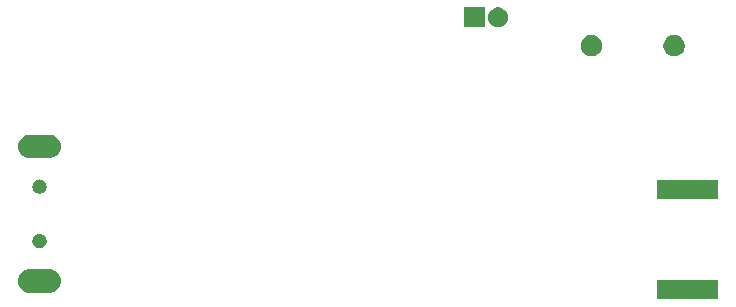
<source format=gbr>
G04 #@! TF.GenerationSoftware,KiCad,Pcbnew,5.1.5*
G04 #@! TF.CreationDate,2020-06-04T17:32:55-05:00*
G04 #@! TF.ProjectId,Receiver,52656365-6976-4657-922e-6b696361645f,rev?*
G04 #@! TF.SameCoordinates,Original*
G04 #@! TF.FileFunction,Soldermask,Bot*
G04 #@! TF.FilePolarity,Negative*
%FSLAX46Y46*%
G04 Gerber Fmt 4.6, Leading zero omitted, Abs format (unit mm)*
G04 Created by KiCad (PCBNEW 5.1.5) date 2020-06-04 17:32:55*
%MOMM*%
%LPD*%
G04 APERTURE LIST*
%ADD10C,0.100000*%
G04 APERTURE END LIST*
D10*
G36*
X186487000Y-110461000D02*
G01*
X181305000Y-110461000D01*
X181305000Y-108859000D01*
X186487000Y-108859000D01*
X186487000Y-110461000D01*
G37*
G36*
X130028228Y-107949483D02*
G01*
X130216922Y-108006723D01*
X130390815Y-108099671D01*
X130543239Y-108224761D01*
X130668329Y-108377185D01*
X130761277Y-108551078D01*
X130818517Y-108739772D01*
X130837843Y-108936000D01*
X130818517Y-109132228D01*
X130761277Y-109320922D01*
X130668329Y-109494815D01*
X130543239Y-109647239D01*
X130390815Y-109772329D01*
X130216922Y-109865277D01*
X130028228Y-109922517D01*
X129881175Y-109937000D01*
X128182825Y-109937000D01*
X128035772Y-109922517D01*
X127847078Y-109865277D01*
X127673185Y-109772329D01*
X127520761Y-109647239D01*
X127395671Y-109494815D01*
X127302723Y-109320922D01*
X127245483Y-109132228D01*
X127226157Y-108936000D01*
X127245483Y-108739772D01*
X127302723Y-108551078D01*
X127395671Y-108377185D01*
X127520761Y-108224761D01*
X127673185Y-108099671D01*
X127847078Y-108006723D01*
X128035772Y-107949483D01*
X128182825Y-107935000D01*
X129881175Y-107935000D01*
X130028228Y-107949483D01*
G37*
G36*
X129168601Y-104950397D02*
G01*
X129207305Y-104958096D01*
X129239340Y-104971365D01*
X129316680Y-105003400D01*
X129415115Y-105069173D01*
X129498827Y-105152885D01*
X129564600Y-105251320D01*
X129609904Y-105360696D01*
X129633000Y-105476805D01*
X129633000Y-105595195D01*
X129609904Y-105711304D01*
X129564600Y-105820680D01*
X129498827Y-105919115D01*
X129415115Y-106002827D01*
X129316680Y-106068600D01*
X129239340Y-106100635D01*
X129207305Y-106113904D01*
X129168601Y-106121603D01*
X129091195Y-106137000D01*
X128972805Y-106137000D01*
X128895399Y-106121603D01*
X128856695Y-106113904D01*
X128824660Y-106100635D01*
X128747320Y-106068600D01*
X128648885Y-106002827D01*
X128565173Y-105919115D01*
X128499400Y-105820680D01*
X128454096Y-105711304D01*
X128431000Y-105595195D01*
X128431000Y-105476805D01*
X128454096Y-105360696D01*
X128499400Y-105251320D01*
X128565173Y-105152885D01*
X128648885Y-105069173D01*
X128747320Y-105003400D01*
X128824660Y-104971365D01*
X128856695Y-104958096D01*
X128895399Y-104950397D01*
X128972805Y-104935000D01*
X129091195Y-104935000D01*
X129168601Y-104950397D01*
G37*
G36*
X186487000Y-101961000D02*
G01*
X181305000Y-101961000D01*
X181305000Y-100359000D01*
X186487000Y-100359000D01*
X186487000Y-101961000D01*
G37*
G36*
X129168601Y-100350397D02*
G01*
X129207305Y-100358096D01*
X129239340Y-100371365D01*
X129316680Y-100403400D01*
X129415115Y-100469173D01*
X129498827Y-100552885D01*
X129564600Y-100651320D01*
X129609904Y-100760696D01*
X129633000Y-100876805D01*
X129633000Y-100995195D01*
X129609904Y-101111304D01*
X129564600Y-101220680D01*
X129498827Y-101319115D01*
X129415115Y-101402827D01*
X129316680Y-101468600D01*
X129239340Y-101500635D01*
X129207305Y-101513904D01*
X129168601Y-101521603D01*
X129091195Y-101537000D01*
X128972805Y-101537000D01*
X128895399Y-101521603D01*
X128856695Y-101513904D01*
X128824660Y-101500635D01*
X128747320Y-101468600D01*
X128648885Y-101402827D01*
X128565173Y-101319115D01*
X128499400Y-101220680D01*
X128454096Y-101111304D01*
X128431000Y-100995195D01*
X128431000Y-100876805D01*
X128454096Y-100760696D01*
X128499400Y-100651320D01*
X128565173Y-100552885D01*
X128648885Y-100469173D01*
X128747320Y-100403400D01*
X128824660Y-100371365D01*
X128856695Y-100358096D01*
X128895399Y-100350397D01*
X128972805Y-100335000D01*
X129091195Y-100335000D01*
X129168601Y-100350397D01*
G37*
G36*
X130028228Y-96549483D02*
G01*
X130216922Y-96606723D01*
X130390815Y-96699671D01*
X130543239Y-96824761D01*
X130668329Y-96977185D01*
X130761277Y-97151078D01*
X130818517Y-97339772D01*
X130837843Y-97536000D01*
X130818517Y-97732228D01*
X130761277Y-97920922D01*
X130668329Y-98094815D01*
X130543239Y-98247239D01*
X130390815Y-98372329D01*
X130216922Y-98465277D01*
X130028228Y-98522517D01*
X129881175Y-98537000D01*
X128182825Y-98537000D01*
X128035772Y-98522517D01*
X127847078Y-98465277D01*
X127673185Y-98372329D01*
X127520761Y-98247239D01*
X127395671Y-98094815D01*
X127302723Y-97920922D01*
X127245483Y-97732228D01*
X127226157Y-97536000D01*
X127245483Y-97339772D01*
X127302723Y-97151078D01*
X127395671Y-96977185D01*
X127520761Y-96824761D01*
X127673185Y-96699671D01*
X127847078Y-96606723D01*
X128035772Y-96549483D01*
X128182825Y-96535000D01*
X129881175Y-96535000D01*
X130028228Y-96549483D01*
G37*
G36*
X175877512Y-88113927D02*
G01*
X176026812Y-88143624D01*
X176190784Y-88211544D01*
X176338354Y-88310147D01*
X176463853Y-88435646D01*
X176562456Y-88583216D01*
X176630376Y-88747188D01*
X176665000Y-88921259D01*
X176665000Y-89098741D01*
X176630376Y-89272812D01*
X176562456Y-89436784D01*
X176463853Y-89584354D01*
X176338354Y-89709853D01*
X176190784Y-89808456D01*
X176026812Y-89876376D01*
X175877512Y-89906073D01*
X175852742Y-89911000D01*
X175675258Y-89911000D01*
X175650488Y-89906073D01*
X175501188Y-89876376D01*
X175337216Y-89808456D01*
X175189646Y-89709853D01*
X175064147Y-89584354D01*
X174965544Y-89436784D01*
X174897624Y-89272812D01*
X174863000Y-89098741D01*
X174863000Y-88921259D01*
X174897624Y-88747188D01*
X174965544Y-88583216D01*
X175064147Y-88435646D01*
X175189646Y-88310147D01*
X175337216Y-88211544D01*
X175501188Y-88143624D01*
X175650488Y-88113927D01*
X175675258Y-88109000D01*
X175852742Y-88109000D01*
X175877512Y-88113927D01*
G37*
G36*
X182877512Y-88113927D02*
G01*
X183026812Y-88143624D01*
X183190784Y-88211544D01*
X183338354Y-88310147D01*
X183463853Y-88435646D01*
X183562456Y-88583216D01*
X183630376Y-88747188D01*
X183665000Y-88921259D01*
X183665000Y-89098741D01*
X183630376Y-89272812D01*
X183562456Y-89436784D01*
X183463853Y-89584354D01*
X183338354Y-89709853D01*
X183190784Y-89808456D01*
X183026812Y-89876376D01*
X182877512Y-89906073D01*
X182852742Y-89911000D01*
X182675258Y-89911000D01*
X182650488Y-89906073D01*
X182501188Y-89876376D01*
X182337216Y-89808456D01*
X182189646Y-89709853D01*
X182064147Y-89584354D01*
X181965544Y-89436784D01*
X181897624Y-89272812D01*
X181863000Y-89098741D01*
X181863000Y-88921259D01*
X181897624Y-88747188D01*
X181965544Y-88583216D01*
X182064147Y-88435646D01*
X182189646Y-88310147D01*
X182337216Y-88211544D01*
X182501188Y-88143624D01*
X182650488Y-88113927D01*
X182675258Y-88109000D01*
X182852742Y-88109000D01*
X182877512Y-88113927D01*
G37*
G36*
X168110228Y-85795703D02*
G01*
X168265100Y-85859853D01*
X168404481Y-85952985D01*
X168523015Y-86071519D01*
X168616147Y-86210900D01*
X168680297Y-86365772D01*
X168713000Y-86530184D01*
X168713000Y-86697816D01*
X168680297Y-86862228D01*
X168616147Y-87017100D01*
X168523015Y-87156481D01*
X168404481Y-87275015D01*
X168265100Y-87368147D01*
X168110228Y-87432297D01*
X167945816Y-87465000D01*
X167778184Y-87465000D01*
X167613772Y-87432297D01*
X167458900Y-87368147D01*
X167319519Y-87275015D01*
X167200985Y-87156481D01*
X167107853Y-87017100D01*
X167043703Y-86862228D01*
X167011000Y-86697816D01*
X167011000Y-86530184D01*
X167043703Y-86365772D01*
X167107853Y-86210900D01*
X167200985Y-86071519D01*
X167319519Y-85952985D01*
X167458900Y-85859853D01*
X167613772Y-85795703D01*
X167778184Y-85763000D01*
X167945816Y-85763000D01*
X168110228Y-85795703D01*
G37*
G36*
X166713000Y-87465000D02*
G01*
X165011000Y-87465000D01*
X165011000Y-85763000D01*
X166713000Y-85763000D01*
X166713000Y-87465000D01*
G37*
M02*

</source>
